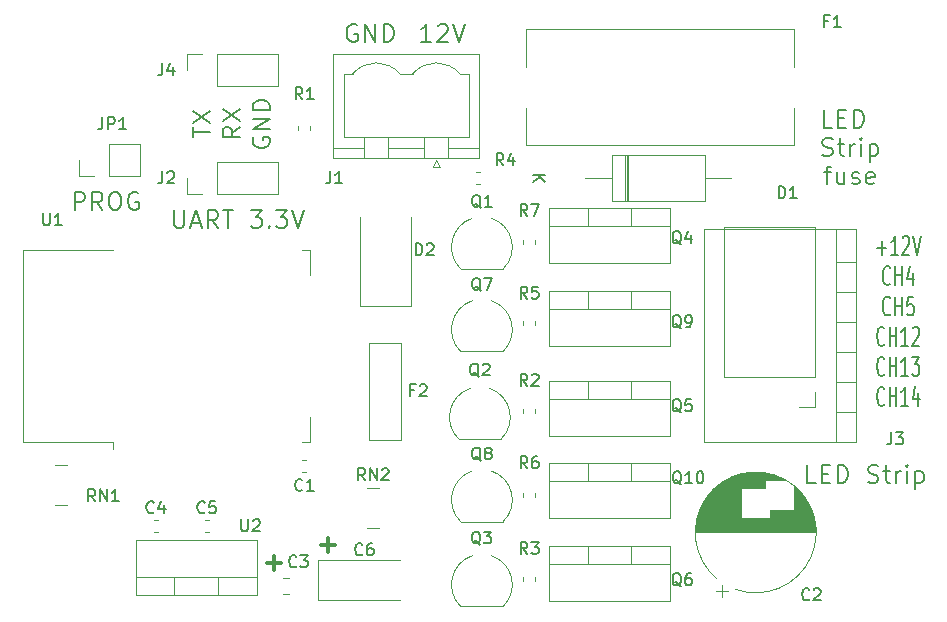
<source format=gbr>
G04 #@! TF.GenerationSoftware,KiCad,Pcbnew,5.1.5*
G04 #@! TF.CreationDate,2020-05-18T13:51:48+02:00*
G04 #@! TF.ProjectId,esp-12_led_strip_controller,6573702d-3132-45f6-9c65-645f73747269,rev?*
G04 #@! TF.SameCoordinates,Original*
G04 #@! TF.FileFunction,Legend,Top*
G04 #@! TF.FilePolarity,Positive*
%FSLAX46Y46*%
G04 Gerber Fmt 4.6, Leading zero omitted, Abs format (unit mm)*
G04 Created by KiCad (PCBNEW 5.1.5) date 2020-05-18 13:51:48*
%MOMM*%
%LPD*%
G04 APERTURE LIST*
%ADD10C,0.150000*%
%ADD11C,0.300000*%
%ADD12C,0.120000*%
%ADD13C,0.100000*%
G04 APERTURE END LIST*
D10*
X116320285Y-101402571D02*
X115606000Y-101402571D01*
X115606000Y-99902571D01*
X116820285Y-100616857D02*
X117320285Y-100616857D01*
X117534571Y-101402571D02*
X116820285Y-101402571D01*
X116820285Y-99902571D01*
X117534571Y-99902571D01*
X118177428Y-101402571D02*
X118177428Y-99902571D01*
X118534571Y-99902571D01*
X118748857Y-99974000D01*
X118891714Y-100116857D01*
X118963142Y-100259714D01*
X119034571Y-100545428D01*
X119034571Y-100759714D01*
X118963142Y-101045428D01*
X118891714Y-101188285D01*
X118748857Y-101331142D01*
X118534571Y-101402571D01*
X118177428Y-101402571D01*
X115498857Y-103731142D02*
X115713142Y-103802571D01*
X116070285Y-103802571D01*
X116213142Y-103731142D01*
X116284571Y-103659714D01*
X116356000Y-103516857D01*
X116356000Y-103374000D01*
X116284571Y-103231142D01*
X116213142Y-103159714D01*
X116070285Y-103088285D01*
X115784571Y-103016857D01*
X115641714Y-102945428D01*
X115570285Y-102874000D01*
X115498857Y-102731142D01*
X115498857Y-102588285D01*
X115570285Y-102445428D01*
X115641714Y-102374000D01*
X115784571Y-102302571D01*
X116141714Y-102302571D01*
X116356000Y-102374000D01*
X116784571Y-102802571D02*
X117356000Y-102802571D01*
X116998857Y-102302571D02*
X116998857Y-103588285D01*
X117070285Y-103731142D01*
X117213142Y-103802571D01*
X117356000Y-103802571D01*
X117856000Y-103802571D02*
X117856000Y-102802571D01*
X117856000Y-103088285D02*
X117927428Y-102945428D01*
X117998857Y-102874000D01*
X118141714Y-102802571D01*
X118284571Y-102802571D01*
X118784571Y-103802571D02*
X118784571Y-102802571D01*
X118784571Y-102302571D02*
X118713142Y-102374000D01*
X118784571Y-102445428D01*
X118856000Y-102374000D01*
X118784571Y-102302571D01*
X118784571Y-102445428D01*
X119498857Y-102802571D02*
X119498857Y-104302571D01*
X119498857Y-102874000D02*
X119641714Y-102802571D01*
X119927428Y-102802571D01*
X120070285Y-102874000D01*
X120141714Y-102945428D01*
X120213142Y-103088285D01*
X120213142Y-103516857D01*
X120141714Y-103659714D01*
X120070285Y-103731142D01*
X119927428Y-103802571D01*
X119641714Y-103802571D01*
X119498857Y-103731142D01*
X115641714Y-105202571D02*
X116213142Y-105202571D01*
X115856000Y-106202571D02*
X115856000Y-104916857D01*
X115927428Y-104774000D01*
X116070285Y-104702571D01*
X116213142Y-104702571D01*
X117356000Y-105202571D02*
X117356000Y-106202571D01*
X116713142Y-105202571D02*
X116713142Y-105988285D01*
X116784571Y-106131142D01*
X116927428Y-106202571D01*
X117141714Y-106202571D01*
X117284571Y-106131142D01*
X117356000Y-106059714D01*
X117998857Y-106131142D02*
X118141714Y-106202571D01*
X118427428Y-106202571D01*
X118570285Y-106131142D01*
X118641714Y-105988285D01*
X118641714Y-105916857D01*
X118570285Y-105774000D01*
X118427428Y-105702571D01*
X118213142Y-105702571D01*
X118070285Y-105631142D01*
X117998857Y-105488285D01*
X117998857Y-105416857D01*
X118070285Y-105274000D01*
X118213142Y-105202571D01*
X118427428Y-105202571D01*
X118570285Y-105274000D01*
X119856000Y-106131142D02*
X119713142Y-106202571D01*
X119427428Y-106202571D01*
X119284571Y-106131142D01*
X119213142Y-105988285D01*
X119213142Y-105416857D01*
X119284571Y-105274000D01*
X119427428Y-105202571D01*
X119713142Y-105202571D01*
X119856000Y-105274000D01*
X119927428Y-105416857D01*
X119927428Y-105559714D01*
X119213142Y-105702571D01*
D11*
X68516571Y-138283142D02*
X69659428Y-138283142D01*
X69088000Y-138854571D02*
X69088000Y-137711714D01*
X73088571Y-136759142D02*
X74231428Y-136759142D01*
X73660000Y-137330571D02*
X73660000Y-136187714D01*
D10*
X82383428Y-94150571D02*
X81526285Y-94150571D01*
X81954857Y-94150571D02*
X81954857Y-92650571D01*
X81812000Y-92864857D01*
X81669142Y-93007714D01*
X81526285Y-93079142D01*
X82954857Y-92793428D02*
X83026285Y-92722000D01*
X83169142Y-92650571D01*
X83526285Y-92650571D01*
X83669142Y-92722000D01*
X83740571Y-92793428D01*
X83812000Y-92936285D01*
X83812000Y-93079142D01*
X83740571Y-93293428D01*
X82883428Y-94150571D01*
X83812000Y-94150571D01*
X84240571Y-92650571D02*
X84740571Y-94150571D01*
X85240571Y-92650571D01*
X76073142Y-92722000D02*
X75930285Y-92650571D01*
X75716000Y-92650571D01*
X75501714Y-92722000D01*
X75358857Y-92864857D01*
X75287428Y-93007714D01*
X75216000Y-93293428D01*
X75216000Y-93507714D01*
X75287428Y-93793428D01*
X75358857Y-93936285D01*
X75501714Y-94079142D01*
X75716000Y-94150571D01*
X75858857Y-94150571D01*
X76073142Y-94079142D01*
X76144571Y-94007714D01*
X76144571Y-93507714D01*
X75858857Y-93507714D01*
X76787428Y-94150571D02*
X76787428Y-92650571D01*
X77644571Y-94150571D01*
X77644571Y-92650571D01*
X78358857Y-94150571D02*
X78358857Y-92650571D01*
X78716000Y-92650571D01*
X78930285Y-92722000D01*
X79073142Y-92864857D01*
X79144571Y-93007714D01*
X79216000Y-93293428D01*
X79216000Y-93507714D01*
X79144571Y-93793428D01*
X79073142Y-93936285D01*
X78930285Y-94079142D01*
X78716000Y-94150571D01*
X78358857Y-94150571D01*
X114947428Y-131488571D02*
X114233142Y-131488571D01*
X114233142Y-129988571D01*
X115447428Y-130702857D02*
X115947428Y-130702857D01*
X116161714Y-131488571D02*
X115447428Y-131488571D01*
X115447428Y-129988571D01*
X116161714Y-129988571D01*
X116804571Y-131488571D02*
X116804571Y-129988571D01*
X117161714Y-129988571D01*
X117376000Y-130060000D01*
X117518857Y-130202857D01*
X117590285Y-130345714D01*
X117661714Y-130631428D01*
X117661714Y-130845714D01*
X117590285Y-131131428D01*
X117518857Y-131274285D01*
X117376000Y-131417142D01*
X117161714Y-131488571D01*
X116804571Y-131488571D01*
X119376000Y-131417142D02*
X119590285Y-131488571D01*
X119947428Y-131488571D01*
X120090285Y-131417142D01*
X120161714Y-131345714D01*
X120233142Y-131202857D01*
X120233142Y-131060000D01*
X120161714Y-130917142D01*
X120090285Y-130845714D01*
X119947428Y-130774285D01*
X119661714Y-130702857D01*
X119518857Y-130631428D01*
X119447428Y-130560000D01*
X119376000Y-130417142D01*
X119376000Y-130274285D01*
X119447428Y-130131428D01*
X119518857Y-130060000D01*
X119661714Y-129988571D01*
X120018857Y-129988571D01*
X120233142Y-130060000D01*
X120661714Y-130488571D02*
X121233142Y-130488571D01*
X120876000Y-129988571D02*
X120876000Y-131274285D01*
X120947428Y-131417142D01*
X121090285Y-131488571D01*
X121233142Y-131488571D01*
X121733142Y-131488571D02*
X121733142Y-130488571D01*
X121733142Y-130774285D02*
X121804571Y-130631428D01*
X121876000Y-130560000D01*
X122018857Y-130488571D01*
X122161714Y-130488571D01*
X122661714Y-131488571D02*
X122661714Y-130488571D01*
X122661714Y-129988571D02*
X122590285Y-130060000D01*
X122661714Y-130131428D01*
X122733142Y-130060000D01*
X122661714Y-129988571D01*
X122661714Y-130131428D01*
X123376000Y-130488571D02*
X123376000Y-131988571D01*
X123376000Y-130560000D02*
X123518857Y-130488571D01*
X123804571Y-130488571D01*
X123947428Y-130560000D01*
X124018857Y-130631428D01*
X124090285Y-130774285D01*
X124090285Y-131202857D01*
X124018857Y-131345714D01*
X123947428Y-131417142D01*
X123804571Y-131488571D01*
X123518857Y-131488571D01*
X123376000Y-131417142D01*
X120158095Y-111595285D02*
X120920000Y-111595285D01*
X120539047Y-112204809D02*
X120539047Y-110985761D01*
X121920000Y-112204809D02*
X121348571Y-112204809D01*
X121634285Y-112204809D02*
X121634285Y-110604809D01*
X121539047Y-110833380D01*
X121443809Y-110985761D01*
X121348571Y-111061952D01*
X122300952Y-110757190D02*
X122348571Y-110681000D01*
X122443809Y-110604809D01*
X122681904Y-110604809D01*
X122777142Y-110681000D01*
X122824761Y-110757190D01*
X122872380Y-110909571D01*
X122872380Y-111061952D01*
X122824761Y-111290523D01*
X122253333Y-112204809D01*
X122872380Y-112204809D01*
X123158095Y-110604809D02*
X123491428Y-112204809D01*
X123824761Y-110604809D01*
X121229523Y-114602428D02*
X121181904Y-114678619D01*
X121039047Y-114754809D01*
X120943809Y-114754809D01*
X120800952Y-114678619D01*
X120705714Y-114526238D01*
X120658095Y-114373857D01*
X120610476Y-114069095D01*
X120610476Y-113840523D01*
X120658095Y-113535761D01*
X120705714Y-113383380D01*
X120800952Y-113231000D01*
X120943809Y-113154809D01*
X121039047Y-113154809D01*
X121181904Y-113231000D01*
X121229523Y-113307190D01*
X121658095Y-114754809D02*
X121658095Y-113154809D01*
X121658095Y-113916714D02*
X122229523Y-113916714D01*
X122229523Y-114754809D02*
X122229523Y-113154809D01*
X123134285Y-113688142D02*
X123134285Y-114754809D01*
X122896190Y-113078619D02*
X122658095Y-114221476D01*
X123277142Y-114221476D01*
X121229523Y-117152428D02*
X121181904Y-117228619D01*
X121039047Y-117304809D01*
X120943809Y-117304809D01*
X120800952Y-117228619D01*
X120705714Y-117076238D01*
X120658095Y-116923857D01*
X120610476Y-116619095D01*
X120610476Y-116390523D01*
X120658095Y-116085761D01*
X120705714Y-115933380D01*
X120800952Y-115781000D01*
X120943809Y-115704809D01*
X121039047Y-115704809D01*
X121181904Y-115781000D01*
X121229523Y-115857190D01*
X121658095Y-117304809D02*
X121658095Y-115704809D01*
X121658095Y-116466714D02*
X122229523Y-116466714D01*
X122229523Y-117304809D02*
X122229523Y-115704809D01*
X123181904Y-115704809D02*
X122705714Y-115704809D01*
X122658095Y-116466714D01*
X122705714Y-116390523D01*
X122800952Y-116314333D01*
X123039047Y-116314333D01*
X123134285Y-116390523D01*
X123181904Y-116466714D01*
X123229523Y-116619095D01*
X123229523Y-117000047D01*
X123181904Y-117152428D01*
X123134285Y-117228619D01*
X123039047Y-117304809D01*
X122800952Y-117304809D01*
X122705714Y-117228619D01*
X122658095Y-117152428D01*
X120753333Y-119702428D02*
X120705714Y-119778619D01*
X120562857Y-119854809D01*
X120467619Y-119854809D01*
X120324761Y-119778619D01*
X120229523Y-119626238D01*
X120181904Y-119473857D01*
X120134285Y-119169095D01*
X120134285Y-118940523D01*
X120181904Y-118635761D01*
X120229523Y-118483380D01*
X120324761Y-118331000D01*
X120467619Y-118254809D01*
X120562857Y-118254809D01*
X120705714Y-118331000D01*
X120753333Y-118407190D01*
X121181904Y-119854809D02*
X121181904Y-118254809D01*
X121181904Y-119016714D02*
X121753333Y-119016714D01*
X121753333Y-119854809D02*
X121753333Y-118254809D01*
X122753333Y-119854809D02*
X122181904Y-119854809D01*
X122467619Y-119854809D02*
X122467619Y-118254809D01*
X122372380Y-118483380D01*
X122277142Y-118635761D01*
X122181904Y-118711952D01*
X123134285Y-118407190D02*
X123181904Y-118331000D01*
X123277142Y-118254809D01*
X123515238Y-118254809D01*
X123610476Y-118331000D01*
X123658095Y-118407190D01*
X123705714Y-118559571D01*
X123705714Y-118711952D01*
X123658095Y-118940523D01*
X123086666Y-119854809D01*
X123705714Y-119854809D01*
X120753333Y-122252428D02*
X120705714Y-122328619D01*
X120562857Y-122404809D01*
X120467619Y-122404809D01*
X120324761Y-122328619D01*
X120229523Y-122176238D01*
X120181904Y-122023857D01*
X120134285Y-121719095D01*
X120134285Y-121490523D01*
X120181904Y-121185761D01*
X120229523Y-121033380D01*
X120324761Y-120881000D01*
X120467619Y-120804809D01*
X120562857Y-120804809D01*
X120705714Y-120881000D01*
X120753333Y-120957190D01*
X121181904Y-122404809D02*
X121181904Y-120804809D01*
X121181904Y-121566714D02*
X121753333Y-121566714D01*
X121753333Y-122404809D02*
X121753333Y-120804809D01*
X122753333Y-122404809D02*
X122181904Y-122404809D01*
X122467619Y-122404809D02*
X122467619Y-120804809D01*
X122372380Y-121033380D01*
X122277142Y-121185761D01*
X122181904Y-121261952D01*
X123086666Y-120804809D02*
X123705714Y-120804809D01*
X123372380Y-121414333D01*
X123515238Y-121414333D01*
X123610476Y-121490523D01*
X123658095Y-121566714D01*
X123705714Y-121719095D01*
X123705714Y-122100047D01*
X123658095Y-122252428D01*
X123610476Y-122328619D01*
X123515238Y-122404809D01*
X123229523Y-122404809D01*
X123134285Y-122328619D01*
X123086666Y-122252428D01*
X120753333Y-124802428D02*
X120705714Y-124878619D01*
X120562857Y-124954809D01*
X120467619Y-124954809D01*
X120324761Y-124878619D01*
X120229523Y-124726238D01*
X120181904Y-124573857D01*
X120134285Y-124269095D01*
X120134285Y-124040523D01*
X120181904Y-123735761D01*
X120229523Y-123583380D01*
X120324761Y-123431000D01*
X120467619Y-123354809D01*
X120562857Y-123354809D01*
X120705714Y-123431000D01*
X120753333Y-123507190D01*
X121181904Y-124954809D02*
X121181904Y-123354809D01*
X121181904Y-124116714D02*
X121753333Y-124116714D01*
X121753333Y-124954809D02*
X121753333Y-123354809D01*
X122753333Y-124954809D02*
X122181904Y-124954809D01*
X122467619Y-124954809D02*
X122467619Y-123354809D01*
X122372380Y-123583380D01*
X122277142Y-123735761D01*
X122181904Y-123811952D01*
X123610476Y-123888142D02*
X123610476Y-124954809D01*
X123372380Y-123278619D02*
X123134285Y-124421476D01*
X123753333Y-124421476D01*
X66210571Y-101342000D02*
X65496285Y-101842000D01*
X66210571Y-102199142D02*
X64710571Y-102199142D01*
X64710571Y-101627714D01*
X64782000Y-101484857D01*
X64853428Y-101413428D01*
X64996285Y-101342000D01*
X65210571Y-101342000D01*
X65353428Y-101413428D01*
X65424857Y-101484857D01*
X65496285Y-101627714D01*
X65496285Y-102199142D01*
X64710571Y-100842000D02*
X66210571Y-99842000D01*
X64710571Y-99842000D02*
X66210571Y-100842000D01*
X62170571Y-102234857D02*
X62170571Y-101377714D01*
X63670571Y-101806285D02*
X62170571Y-101806285D01*
X62170571Y-101020571D02*
X63670571Y-100020571D01*
X62170571Y-100020571D02*
X63670571Y-101020571D01*
X67322000Y-102234857D02*
X67250571Y-102377714D01*
X67250571Y-102592000D01*
X67322000Y-102806285D01*
X67464857Y-102949142D01*
X67607714Y-103020571D01*
X67893428Y-103092000D01*
X68107714Y-103092000D01*
X68393428Y-103020571D01*
X68536285Y-102949142D01*
X68679142Y-102806285D01*
X68750571Y-102592000D01*
X68750571Y-102449142D01*
X68679142Y-102234857D01*
X68607714Y-102163428D01*
X68107714Y-102163428D01*
X68107714Y-102449142D01*
X68750571Y-101520571D02*
X67250571Y-101520571D01*
X68750571Y-100663428D01*
X67250571Y-100663428D01*
X68750571Y-99949142D02*
X67250571Y-99949142D01*
X67250571Y-99592000D01*
X67322000Y-99377714D01*
X67464857Y-99234857D01*
X67607714Y-99163428D01*
X67893428Y-99092000D01*
X68107714Y-99092000D01*
X68393428Y-99163428D01*
X68536285Y-99234857D01*
X68679142Y-99377714D01*
X68750571Y-99592000D01*
X68750571Y-99949142D01*
X52185428Y-108374571D02*
X52185428Y-106874571D01*
X52756857Y-106874571D01*
X52899714Y-106946000D01*
X52971142Y-107017428D01*
X53042571Y-107160285D01*
X53042571Y-107374571D01*
X52971142Y-107517428D01*
X52899714Y-107588857D01*
X52756857Y-107660285D01*
X52185428Y-107660285D01*
X54542571Y-108374571D02*
X54042571Y-107660285D01*
X53685428Y-108374571D02*
X53685428Y-106874571D01*
X54256857Y-106874571D01*
X54399714Y-106946000D01*
X54471142Y-107017428D01*
X54542571Y-107160285D01*
X54542571Y-107374571D01*
X54471142Y-107517428D01*
X54399714Y-107588857D01*
X54256857Y-107660285D01*
X53685428Y-107660285D01*
X55471142Y-106874571D02*
X55756857Y-106874571D01*
X55899714Y-106946000D01*
X56042571Y-107088857D01*
X56114000Y-107374571D01*
X56114000Y-107874571D01*
X56042571Y-108160285D01*
X55899714Y-108303142D01*
X55756857Y-108374571D01*
X55471142Y-108374571D01*
X55328285Y-108303142D01*
X55185428Y-108160285D01*
X55114000Y-107874571D01*
X55114000Y-107374571D01*
X55185428Y-107088857D01*
X55328285Y-106946000D01*
X55471142Y-106874571D01*
X57542571Y-106946000D02*
X57399714Y-106874571D01*
X57185428Y-106874571D01*
X56971142Y-106946000D01*
X56828285Y-107088857D01*
X56756857Y-107231714D01*
X56685428Y-107517428D01*
X56685428Y-107731714D01*
X56756857Y-108017428D01*
X56828285Y-108160285D01*
X56971142Y-108303142D01*
X57185428Y-108374571D01*
X57328285Y-108374571D01*
X57542571Y-108303142D01*
X57614000Y-108231714D01*
X57614000Y-107731714D01*
X57328285Y-107731714D01*
X60607142Y-108398571D02*
X60607142Y-109612857D01*
X60678571Y-109755714D01*
X60750000Y-109827142D01*
X60892857Y-109898571D01*
X61178571Y-109898571D01*
X61321428Y-109827142D01*
X61392857Y-109755714D01*
X61464285Y-109612857D01*
X61464285Y-108398571D01*
X62107142Y-109470000D02*
X62821428Y-109470000D01*
X61964285Y-109898571D02*
X62464285Y-108398571D01*
X62964285Y-109898571D01*
X64321428Y-109898571D02*
X63821428Y-109184285D01*
X63464285Y-109898571D02*
X63464285Y-108398571D01*
X64035714Y-108398571D01*
X64178571Y-108470000D01*
X64250000Y-108541428D01*
X64321428Y-108684285D01*
X64321428Y-108898571D01*
X64250000Y-109041428D01*
X64178571Y-109112857D01*
X64035714Y-109184285D01*
X63464285Y-109184285D01*
X64750000Y-108398571D02*
X65607142Y-108398571D01*
X65178571Y-109898571D02*
X65178571Y-108398571D01*
X67107142Y-108398571D02*
X68035714Y-108398571D01*
X67535714Y-108970000D01*
X67750000Y-108970000D01*
X67892857Y-109041428D01*
X67964285Y-109112857D01*
X68035714Y-109255714D01*
X68035714Y-109612857D01*
X67964285Y-109755714D01*
X67892857Y-109827142D01*
X67750000Y-109898571D01*
X67321428Y-109898571D01*
X67178571Y-109827142D01*
X67107142Y-109755714D01*
X68678571Y-109755714D02*
X68750000Y-109827142D01*
X68678571Y-109898571D01*
X68607142Y-109827142D01*
X68678571Y-109755714D01*
X68678571Y-109898571D01*
X69250000Y-108398571D02*
X70178571Y-108398571D01*
X69678571Y-108970000D01*
X69892857Y-108970000D01*
X70035714Y-109041428D01*
X70107142Y-109112857D01*
X70178571Y-109255714D01*
X70178571Y-109612857D01*
X70107142Y-109755714D01*
X70035714Y-109827142D01*
X69892857Y-109898571D01*
X69464285Y-109898571D01*
X69321428Y-109827142D01*
X69250000Y-109755714D01*
X70607142Y-108398571D02*
X71107142Y-109898571D01*
X71607142Y-108398571D01*
D12*
X90168000Y-132303733D02*
X90168000Y-132646267D01*
X91188000Y-132303733D02*
X91188000Y-132646267D01*
X90168000Y-117797733D02*
X90168000Y-118140267D01*
X91188000Y-117797733D02*
X91188000Y-118140267D01*
X90168000Y-139415733D02*
X90168000Y-139758267D01*
X91188000Y-139415733D02*
X91188000Y-139758267D01*
X90168000Y-125191733D02*
X90168000Y-125534267D01*
X91188000Y-125191733D02*
X91188000Y-125534267D01*
X60633000Y-140938000D02*
X60633000Y-139428000D01*
X64334000Y-140938000D02*
X64334000Y-139428000D01*
X67604000Y-139428000D02*
X57364000Y-139428000D01*
X57364000Y-140938000D02*
X57364000Y-136297000D01*
X67604000Y-140938000D02*
X67604000Y-136297000D01*
X67604000Y-136297000D02*
X57364000Y-136297000D01*
X67604000Y-140938000D02*
X57364000Y-140938000D01*
X63187733Y-134618000D02*
X63530267Y-134618000D01*
X63187733Y-135638000D02*
X63530267Y-135638000D01*
X59240267Y-134618000D02*
X58897733Y-134618000D01*
X59240267Y-135638000D02*
X58897733Y-135638000D01*
X114870000Y-125080000D02*
X113540000Y-125080000D01*
X114870000Y-123750000D02*
X114870000Y-125080000D01*
X114870000Y-122540000D02*
X107190000Y-122540000D01*
X107190000Y-122540000D02*
X107190000Y-109780000D01*
X114870000Y-122540000D02*
X114870000Y-109780000D01*
X114870000Y-109780000D02*
X107190000Y-109780000D01*
D13*
X116640000Y-127990000D02*
X116640000Y-110020000D01*
X116640000Y-127990000D02*
X105450000Y-127990000D01*
X118340000Y-127990000D02*
X116640000Y-127990000D01*
X118340000Y-110020000D02*
X118340000Y-127990000D01*
X118340000Y-110020000D02*
X105450000Y-110020000D01*
X105450000Y-110020000D02*
X105450000Y-127990000D01*
D12*
X118340000Y-127990000D02*
X116640000Y-127990000D01*
X118340000Y-125450000D02*
X116640000Y-125450000D01*
X118340000Y-122910000D02*
X116640000Y-122910000D01*
X118340000Y-120370000D02*
X116640000Y-120370000D01*
X118340000Y-117830000D02*
X116640000Y-117830000D01*
X118340000Y-115290000D02*
X116640000Y-115290000D01*
X118340000Y-112750000D02*
X116640000Y-112750000D01*
X71456733Y-129538000D02*
X71799267Y-129538000D01*
X71456733Y-130558000D02*
X71799267Y-130558000D01*
X106480000Y-140655646D02*
X107480000Y-140655646D01*
X106980000Y-141155646D02*
X106980000Y-140155646D01*
X109256000Y-130595000D02*
X110454000Y-130595000D01*
X108993000Y-130635000D02*
X110717000Y-130635000D01*
X108793000Y-130675000D02*
X110917000Y-130675000D01*
X108625000Y-130715000D02*
X111085000Y-130715000D01*
X108477000Y-130755000D02*
X111233000Y-130755000D01*
X108345000Y-130795000D02*
X111365000Y-130795000D01*
X108225000Y-130835000D02*
X111485000Y-130835000D01*
X108113000Y-130875000D02*
X111597000Y-130875000D01*
X108009000Y-130915000D02*
X111701000Y-130915000D01*
X107911000Y-130955000D02*
X111799000Y-130955000D01*
X107818000Y-130995000D02*
X111892000Y-130995000D01*
X107730000Y-131035000D02*
X111980000Y-131035000D01*
X107646000Y-131075000D02*
X112064000Y-131075000D01*
X107566000Y-131115000D02*
X112144000Y-131115000D01*
X107490000Y-131155000D02*
X112220000Y-131155000D01*
X107416000Y-131195000D02*
X112294000Y-131195000D01*
X107345000Y-131235000D02*
X112365000Y-131235000D01*
X107276000Y-131275000D02*
X110615000Y-131275000D01*
X107210000Y-131315000D02*
X110615000Y-131315000D01*
X107146000Y-131355000D02*
X110615000Y-131355000D01*
X107085000Y-131395000D02*
X110615000Y-131395000D01*
X107025000Y-131435000D02*
X110615000Y-131435000D01*
X106966000Y-131475000D02*
X110615000Y-131475000D01*
X106910000Y-131515000D02*
X110615000Y-131515000D01*
X106855000Y-131555000D02*
X110615000Y-131555000D01*
X106801000Y-131595000D02*
X110615000Y-131595000D01*
X106749000Y-131635000D02*
X110615000Y-131635000D01*
X106699000Y-131675000D02*
X110615000Y-131675000D01*
X106649000Y-131715000D02*
X110615000Y-131715000D01*
X113095000Y-131755000D02*
X113109000Y-131755000D01*
X106601000Y-131755000D02*
X110615000Y-131755000D01*
X113095000Y-131795000D02*
X113156000Y-131795000D01*
X106554000Y-131795000D02*
X110615000Y-131795000D01*
X113095000Y-131835000D02*
X113202000Y-131835000D01*
X106508000Y-131835000D02*
X110615000Y-131835000D01*
X113095000Y-131875000D02*
X113247000Y-131875000D01*
X106463000Y-131875000D02*
X110615000Y-131875000D01*
X113095000Y-131915000D02*
X113291000Y-131915000D01*
X106419000Y-131915000D02*
X110615000Y-131915000D01*
X113095000Y-131955000D02*
X113333000Y-131955000D01*
X106377000Y-131955000D02*
X108614000Y-131955000D01*
X113095000Y-131995000D02*
X113375000Y-131995000D01*
X106335000Y-131995000D02*
X108614000Y-131995000D01*
X113095000Y-132035000D02*
X113416000Y-132035000D01*
X106294000Y-132035000D02*
X108614000Y-132035000D01*
X113095000Y-132075000D02*
X113456000Y-132075000D01*
X106254000Y-132075000D02*
X108614000Y-132075000D01*
X113095000Y-132115000D02*
X113495000Y-132115000D01*
X106215000Y-132115000D02*
X108614000Y-132115000D01*
X113095000Y-132155000D02*
X113534000Y-132155000D01*
X106176000Y-132155000D02*
X108614000Y-132155000D01*
X113095000Y-132195000D02*
X113571000Y-132195000D01*
X106139000Y-132195000D02*
X108614000Y-132195000D01*
X113095000Y-132235000D02*
X113608000Y-132235000D01*
X106102000Y-132235000D02*
X108614000Y-132235000D01*
X113095000Y-132275000D02*
X113644000Y-132275000D01*
X106066000Y-132275000D02*
X108614000Y-132275000D01*
X113095000Y-132315000D02*
X113679000Y-132315000D01*
X106031000Y-132315000D02*
X108614000Y-132315000D01*
X113095000Y-132355000D02*
X113713000Y-132355000D01*
X105997000Y-132355000D02*
X108614000Y-132355000D01*
X113095000Y-132395000D02*
X113747000Y-132395000D01*
X105963000Y-132395000D02*
X108614000Y-132395000D01*
X113095000Y-132435000D02*
X113780000Y-132435000D01*
X105930000Y-132435000D02*
X108614000Y-132435000D01*
X113095000Y-132475000D02*
X113812000Y-132475000D01*
X105898000Y-132475000D02*
X108614000Y-132475000D01*
X113095000Y-132515000D02*
X113844000Y-132515000D01*
X105866000Y-132515000D02*
X108614000Y-132515000D01*
X113095000Y-132555000D02*
X113875000Y-132555000D01*
X105835000Y-132555000D02*
X108614000Y-132555000D01*
X113095000Y-132595000D02*
X113905000Y-132595000D01*
X105805000Y-132595000D02*
X108614000Y-132595000D01*
X113095000Y-132635000D02*
X113935000Y-132635000D01*
X105775000Y-132635000D02*
X108614000Y-132635000D01*
X113095000Y-132675000D02*
X113965000Y-132675000D01*
X105745000Y-132675000D02*
X108614000Y-132675000D01*
X113095000Y-132715000D02*
X113993000Y-132715000D01*
X105717000Y-132715000D02*
X108614000Y-132715000D01*
X113095000Y-132755000D02*
X114021000Y-132755000D01*
X105689000Y-132755000D02*
X108614000Y-132755000D01*
X113095000Y-132795000D02*
X114049000Y-132795000D01*
X105661000Y-132795000D02*
X108614000Y-132795000D01*
X113095000Y-132835000D02*
X114076000Y-132835000D01*
X105634000Y-132835000D02*
X108614000Y-132835000D01*
X113095000Y-132875000D02*
X114102000Y-132875000D01*
X105608000Y-132875000D02*
X108614000Y-132875000D01*
X113095000Y-132915000D02*
X114128000Y-132915000D01*
X105582000Y-132915000D02*
X108614000Y-132915000D01*
X113095000Y-132955000D02*
X114153000Y-132955000D01*
X105557000Y-132955000D02*
X108614000Y-132955000D01*
X113095000Y-132995000D02*
X114178000Y-132995000D01*
X105532000Y-132995000D02*
X108614000Y-132995000D01*
X113095000Y-133035000D02*
X114202000Y-133035000D01*
X105508000Y-133035000D02*
X108614000Y-133035000D01*
X113095000Y-133075000D02*
X114226000Y-133075000D01*
X105484000Y-133075000D02*
X108614000Y-133075000D01*
X113095000Y-133115000D02*
X114250000Y-133115000D01*
X105460000Y-133115000D02*
X108614000Y-133115000D01*
X113095000Y-133155000D02*
X114272000Y-133155000D01*
X105438000Y-133155000D02*
X108614000Y-133155000D01*
X113095000Y-133195000D02*
X114295000Y-133195000D01*
X105415000Y-133195000D02*
X108614000Y-133195000D01*
X113095000Y-133235000D02*
X114317000Y-133235000D01*
X105393000Y-133235000D02*
X108614000Y-133235000D01*
X113095000Y-133275000D02*
X114338000Y-133275000D01*
X105372000Y-133275000D02*
X108614000Y-133275000D01*
X113095000Y-133315000D02*
X114359000Y-133315000D01*
X105351000Y-133315000D02*
X108614000Y-133315000D01*
X113095000Y-133355000D02*
X114380000Y-133355000D01*
X105330000Y-133355000D02*
X108614000Y-133355000D01*
X113095000Y-133395000D02*
X114400000Y-133395000D01*
X105310000Y-133395000D02*
X108614000Y-133395000D01*
X113095000Y-133435000D02*
X114419000Y-133435000D01*
X105291000Y-133435000D02*
X108614000Y-133435000D01*
X113095000Y-133475000D02*
X114439000Y-133475000D01*
X105271000Y-133475000D02*
X108614000Y-133475000D01*
X113095000Y-133515000D02*
X114458000Y-133515000D01*
X105252000Y-133515000D02*
X108614000Y-133515000D01*
X113095000Y-133555000D02*
X114476000Y-133555000D01*
X105234000Y-133555000D02*
X108614000Y-133555000D01*
X113095000Y-133595000D02*
X114494000Y-133595000D01*
X105216000Y-133595000D02*
X108614000Y-133595000D01*
X113095000Y-133635000D02*
X114512000Y-133635000D01*
X105198000Y-133635000D02*
X108614000Y-133635000D01*
X113095000Y-133675000D02*
X114529000Y-133675000D01*
X105181000Y-133675000D02*
X108614000Y-133675000D01*
X113095000Y-133715000D02*
X114545000Y-133715000D01*
X105165000Y-133715000D02*
X108614000Y-133715000D01*
X111096000Y-133755000D02*
X114562000Y-133755000D01*
X105148000Y-133755000D02*
X108614000Y-133755000D01*
X111096000Y-133795000D02*
X114578000Y-133795000D01*
X105132000Y-133795000D02*
X108614000Y-133795000D01*
X111096000Y-133835000D02*
X114593000Y-133835000D01*
X105117000Y-133835000D02*
X108614000Y-133835000D01*
X111096000Y-133875000D02*
X114609000Y-133875000D01*
X105101000Y-133875000D02*
X108614000Y-133875000D01*
X111096000Y-133915000D02*
X114623000Y-133915000D01*
X105087000Y-133915000D02*
X108614000Y-133915000D01*
X111096000Y-133955000D02*
X114638000Y-133955000D01*
X105072000Y-133955000D02*
X108614000Y-133955000D01*
X111096000Y-133995000D02*
X114652000Y-133995000D01*
X105058000Y-133995000D02*
X108614000Y-133995000D01*
X111096000Y-134035000D02*
X114666000Y-134035000D01*
X105044000Y-134035000D02*
X108614000Y-134035000D01*
X111096000Y-134075000D02*
X114679000Y-134075000D01*
X105031000Y-134075000D02*
X108614000Y-134075000D01*
X111096000Y-134115000D02*
X114692000Y-134115000D01*
X105018000Y-134115000D02*
X108614000Y-134115000D01*
X111096000Y-134155000D02*
X114705000Y-134155000D01*
X105005000Y-134155000D02*
X108614000Y-134155000D01*
X111096000Y-134195000D02*
X114717000Y-134195000D01*
X104993000Y-134195000D02*
X108614000Y-134195000D01*
X111096000Y-134235000D02*
X114729000Y-134235000D01*
X104981000Y-134235000D02*
X108614000Y-134235000D01*
X111096000Y-134275000D02*
X114740000Y-134275000D01*
X104970000Y-134275000D02*
X108614000Y-134275000D01*
X111096000Y-134315000D02*
X114752000Y-134315000D01*
X104958000Y-134315000D02*
X108614000Y-134315000D01*
X111096000Y-134355000D02*
X114762000Y-134355000D01*
X104948000Y-134355000D02*
X108614000Y-134355000D01*
X111096000Y-134395000D02*
X114773000Y-134395000D01*
X104937000Y-134395000D02*
X108614000Y-134395000D01*
X104927000Y-134435000D02*
X114783000Y-134435000D01*
X104917000Y-134475000D02*
X114793000Y-134475000D01*
X104908000Y-134515000D02*
X114802000Y-134515000D01*
X104899000Y-134555000D02*
X114811000Y-134555000D01*
X104890000Y-134595000D02*
X114820000Y-134595000D01*
X104881000Y-134635000D02*
X114829000Y-134635000D01*
X104873000Y-134675000D02*
X114837000Y-134675000D01*
X104865000Y-134715000D02*
X114845000Y-134715000D01*
X104858000Y-134755000D02*
X114852000Y-134755000D01*
X104851000Y-134795000D02*
X114859000Y-134795000D01*
X104844000Y-134835000D02*
X114866000Y-134835000D01*
X104837000Y-134875000D02*
X114873000Y-134875000D01*
X104831000Y-134915000D02*
X114879000Y-134915000D01*
X104825000Y-134955000D02*
X114885000Y-134955000D01*
X104820000Y-134996000D02*
X114890000Y-134996000D01*
X104815000Y-135036000D02*
X114895000Y-135036000D01*
X104810000Y-135076000D02*
X114900000Y-135076000D01*
X104805000Y-135116000D02*
X114905000Y-135116000D01*
X104801000Y-135156000D02*
X114909000Y-135156000D01*
X104797000Y-135196000D02*
X114913000Y-135196000D01*
X104793000Y-135236000D02*
X114917000Y-135236000D01*
X104790000Y-135276000D02*
X114920000Y-135276000D01*
X104787000Y-135316000D02*
X114923000Y-135316000D01*
X104785000Y-135356000D02*
X114925000Y-135356000D01*
X104782000Y-135396000D02*
X114928000Y-135396000D01*
X104780000Y-135436000D02*
X114930000Y-135436000D01*
X104778000Y-135476000D02*
X114932000Y-135476000D01*
X104777000Y-135516000D02*
X114933000Y-135516000D01*
X104776000Y-135556000D02*
X114934000Y-135556000D01*
X104775000Y-135596000D02*
X114935000Y-135596000D01*
X104775000Y-135636000D02*
X114935000Y-135636000D01*
X104775000Y-135676000D02*
X114935000Y-135676000D01*
X108141902Y-140500904D02*
G75*
G03X106595000Y-139624012I1713098J4824904D01*
G01*
X69842748Y-140918000D02*
X70365252Y-140918000D01*
X69842748Y-139498000D02*
X70365252Y-139498000D01*
X72773000Y-141410000D02*
X79708000Y-141410000D01*
X72773000Y-137990000D02*
X72773000Y-141410000D01*
X79708000Y-137990000D02*
X72773000Y-137990000D01*
X98820000Y-103744000D02*
X98820000Y-107584000D01*
X99060000Y-103744000D02*
X99060000Y-107584000D01*
X98940000Y-103744000D02*
X98940000Y-107584000D01*
X107780000Y-105664000D02*
X105520000Y-105664000D01*
X95420000Y-105664000D02*
X97680000Y-105664000D01*
X105520000Y-103744000D02*
X97680000Y-103744000D01*
X105520000Y-107584000D02*
X105520000Y-103744000D01*
X97680000Y-107584000D02*
X105520000Y-107584000D01*
X97680000Y-103744000D02*
X97680000Y-107584000D01*
X76336000Y-116504000D02*
X76336000Y-108954000D01*
X80636000Y-116504000D02*
X80636000Y-108954000D01*
X76336000Y-116504000D02*
X80636000Y-116504000D01*
X113110000Y-93090000D02*
X113110000Y-96250000D01*
X113110000Y-93090000D02*
X90390000Y-93090000D01*
X113110000Y-102910000D02*
X90390000Y-102910000D01*
X113110000Y-99750000D02*
X113110000Y-102910000D01*
X90390000Y-99750000D02*
X90390000Y-102910000D01*
X90390000Y-93090000D02*
X90390000Y-96250000D01*
X77116000Y-119618000D02*
X79856000Y-119618000D01*
X77116000Y-127858000D02*
X79856000Y-127858000D01*
X79856000Y-127858000D02*
X79856000Y-119618000D01*
X77116000Y-127858000D02*
X77116000Y-119618000D01*
X88486445Y-113349684D02*
G75*
G03X87458000Y-109072000I-1808445J1827684D01*
G01*
X84866125Y-113363741D02*
G75*
G02X85858000Y-109072000I1811875J1841741D01*
G01*
X84878000Y-113372000D02*
X88478000Y-113372000D01*
X84708000Y-127772000D02*
X88308000Y-127772000D01*
X84696125Y-127763741D02*
G75*
G02X85688000Y-123472000I1811875J1841741D01*
G01*
X88316445Y-127749684D02*
G75*
G03X87288000Y-123472000I-1808445J1827684D01*
G01*
X88486445Y-141924684D02*
G75*
G03X87458000Y-137647000I-1808445J1827684D01*
G01*
X84866125Y-141938741D02*
G75*
G02X85858000Y-137647000I1811875J1841741D01*
G01*
X84878000Y-141947000D02*
X88478000Y-141947000D01*
X92353000Y-108252000D02*
X102593000Y-108252000D01*
X92353000Y-112893000D02*
X102593000Y-112893000D01*
X92353000Y-108252000D02*
X92353000Y-112893000D01*
X102593000Y-108252000D02*
X102593000Y-112893000D01*
X92353000Y-109762000D02*
X102593000Y-109762000D01*
X95623000Y-108252000D02*
X95623000Y-109762000D01*
X99324000Y-108252000D02*
X99324000Y-109762000D01*
X92353000Y-122857000D02*
X102593000Y-122857000D01*
X92353000Y-127498000D02*
X102593000Y-127498000D01*
X92353000Y-122857000D02*
X92353000Y-127498000D01*
X102593000Y-122857000D02*
X102593000Y-127498000D01*
X92353000Y-124367000D02*
X102593000Y-124367000D01*
X95623000Y-122857000D02*
X95623000Y-124367000D01*
X99324000Y-122857000D02*
X99324000Y-124367000D01*
X99324000Y-136827000D02*
X99324000Y-138337000D01*
X95623000Y-136827000D02*
X95623000Y-138337000D01*
X92353000Y-138337000D02*
X102593000Y-138337000D01*
X102593000Y-136827000D02*
X102593000Y-141468000D01*
X92353000Y-136827000D02*
X92353000Y-141468000D01*
X92353000Y-141468000D02*
X102593000Y-141468000D01*
X92353000Y-136827000D02*
X102593000Y-136827000D01*
X88486445Y-120334684D02*
G75*
G03X87458000Y-116057000I-1808445J1827684D01*
G01*
X84866125Y-120348741D02*
G75*
G02X85858000Y-116057000I1811875J1841741D01*
G01*
X84878000Y-120357000D02*
X88478000Y-120357000D01*
X84878000Y-134772000D02*
X88478000Y-134772000D01*
X84866125Y-134763741D02*
G75*
G02X85858000Y-130472000I1811875J1841741D01*
G01*
X88486445Y-134749684D02*
G75*
G03X87458000Y-130472000I-1808445J1827684D01*
G01*
X92353000Y-115237000D02*
X102593000Y-115237000D01*
X92353000Y-119878000D02*
X102593000Y-119878000D01*
X92353000Y-115237000D02*
X92353000Y-119878000D01*
X102593000Y-115237000D02*
X102593000Y-119878000D01*
X92353000Y-116747000D02*
X102593000Y-116747000D01*
X95623000Y-115237000D02*
X95623000Y-116747000D01*
X99324000Y-115237000D02*
X99324000Y-116747000D01*
X92353000Y-129842000D02*
X102593000Y-129842000D01*
X92353000Y-134483000D02*
X102593000Y-134483000D01*
X92353000Y-129842000D02*
X92353000Y-134483000D01*
X102593000Y-129842000D02*
X102593000Y-134483000D01*
X92353000Y-131352000D02*
X102593000Y-131352000D01*
X95623000Y-129842000D02*
X95623000Y-131352000D01*
X99324000Y-129842000D02*
X99324000Y-131352000D01*
X72138000Y-101630267D02*
X72138000Y-101287733D01*
X71118000Y-101630267D02*
X71118000Y-101287733D01*
X91188000Y-110939733D02*
X91188000Y-111282267D01*
X90168000Y-110939733D02*
X90168000Y-111282267D01*
X50554000Y-130000000D02*
X51554000Y-130000000D01*
X50554000Y-133360000D02*
X51554000Y-133360000D01*
X77970000Y-135284000D02*
X76970000Y-135284000D01*
X77970000Y-131924000D02*
X76970000Y-131924000D01*
X55460000Y-128040000D02*
X55460000Y-128650000D01*
X55460000Y-128040000D02*
X47840000Y-128040000D01*
X72080000Y-128040000D02*
X71460000Y-128040000D01*
X72080000Y-125920000D02*
X72080000Y-128040000D01*
X72080000Y-111800000D02*
X72080000Y-113920000D01*
X71460000Y-111800000D02*
X72080000Y-111800000D01*
X47840000Y-111800000D02*
X55460000Y-111800000D01*
X47840000Y-128040000D02*
X47840000Y-111800000D01*
X83104000Y-104770000D02*
X82504000Y-104770000D01*
X82804000Y-104170000D02*
X83104000Y-104770000D01*
X82504000Y-104770000D02*
X82804000Y-104170000D01*
X74984000Y-96860000D02*
X75724000Y-96860000D01*
X74984000Y-102160000D02*
X74984000Y-96860000D01*
X85544000Y-102160000D02*
X74984000Y-102160000D01*
X85544000Y-96860000D02*
X85544000Y-102160000D01*
X84804000Y-96860000D02*
X85544000Y-96860000D01*
X80804000Y-96860000D02*
X79724000Y-96860000D01*
X76724000Y-102160000D02*
X78724000Y-102160000D01*
X76724000Y-103970000D02*
X76724000Y-102160000D01*
X78724000Y-103970000D02*
X76724000Y-103970000D01*
X78724000Y-102160000D02*
X78724000Y-103970000D01*
X81804000Y-102160000D02*
X83804000Y-102160000D01*
X81804000Y-103970000D02*
X81804000Y-102160000D01*
X83804000Y-103970000D02*
X81804000Y-103970000D01*
X83804000Y-102160000D02*
X83804000Y-103970000D01*
X81804000Y-103160000D02*
X78724000Y-103160000D01*
X74074000Y-103160000D02*
X76614000Y-103160000D01*
X86454000Y-103160000D02*
X83914000Y-103160000D01*
X74074000Y-103970000D02*
X86454000Y-103970000D01*
X74074000Y-95150000D02*
X74074000Y-103970000D01*
X86454000Y-95150000D02*
X74074000Y-95150000D01*
X86454000Y-103970000D02*
X86454000Y-95150000D01*
X75737159Y-96844179D02*
G75*
G02X79724000Y-96860000I1986841J-1665821D01*
G01*
X80817159Y-96844179D02*
G75*
G02X84804000Y-96860000I1986841J-1665821D01*
G01*
X52518000Y-105470000D02*
X52518000Y-104140000D01*
X53848000Y-105470000D02*
X52518000Y-105470000D01*
X55118000Y-105470000D02*
X55118000Y-102810000D01*
X55118000Y-102810000D02*
X57718000Y-102810000D01*
X55118000Y-105470000D02*
X57718000Y-105470000D01*
X57718000Y-105470000D02*
X57718000Y-102810000D01*
X86545267Y-105154000D02*
X86202733Y-105154000D01*
X86545267Y-106174000D02*
X86202733Y-106174000D01*
X69410000Y-106994000D02*
X69410000Y-104334000D01*
X64270000Y-106994000D02*
X69410000Y-106994000D01*
X64270000Y-104334000D02*
X69410000Y-104334000D01*
X64270000Y-106994000D02*
X64270000Y-104334000D01*
X63000000Y-106994000D02*
X61670000Y-106994000D01*
X61670000Y-106994000D02*
X61670000Y-105664000D01*
X64262000Y-97850000D02*
X64262000Y-95190000D01*
X64262000Y-97850000D02*
X69402000Y-97850000D01*
X69402000Y-97850000D02*
X69402000Y-95190000D01*
X64262000Y-95190000D02*
X69402000Y-95190000D01*
X61662000Y-95190000D02*
X62992000Y-95190000D01*
X61662000Y-96520000D02*
X61662000Y-95190000D01*
D10*
X90511333Y-130246380D02*
X90178000Y-129770190D01*
X89939904Y-130246380D02*
X89939904Y-129246380D01*
X90320857Y-129246380D01*
X90416095Y-129294000D01*
X90463714Y-129341619D01*
X90511333Y-129436857D01*
X90511333Y-129579714D01*
X90463714Y-129674952D01*
X90416095Y-129722571D01*
X90320857Y-129770190D01*
X89939904Y-129770190D01*
X91368476Y-129246380D02*
X91178000Y-129246380D01*
X91082761Y-129294000D01*
X91035142Y-129341619D01*
X90939904Y-129484476D01*
X90892285Y-129674952D01*
X90892285Y-130055904D01*
X90939904Y-130151142D01*
X90987523Y-130198761D01*
X91082761Y-130246380D01*
X91273238Y-130246380D01*
X91368476Y-130198761D01*
X91416095Y-130151142D01*
X91463714Y-130055904D01*
X91463714Y-129817809D01*
X91416095Y-129722571D01*
X91368476Y-129674952D01*
X91273238Y-129627333D01*
X91082761Y-129627333D01*
X90987523Y-129674952D01*
X90939904Y-129722571D01*
X90892285Y-129817809D01*
X90511333Y-115881380D02*
X90178000Y-115405190D01*
X89939904Y-115881380D02*
X89939904Y-114881380D01*
X90320857Y-114881380D01*
X90416095Y-114929000D01*
X90463714Y-114976619D01*
X90511333Y-115071857D01*
X90511333Y-115214714D01*
X90463714Y-115309952D01*
X90416095Y-115357571D01*
X90320857Y-115405190D01*
X89939904Y-115405190D01*
X91416095Y-114881380D02*
X90939904Y-114881380D01*
X90892285Y-115357571D01*
X90939904Y-115309952D01*
X91035142Y-115262333D01*
X91273238Y-115262333D01*
X91368476Y-115309952D01*
X91416095Y-115357571D01*
X91463714Y-115452809D01*
X91463714Y-115690904D01*
X91416095Y-115786142D01*
X91368476Y-115833761D01*
X91273238Y-115881380D01*
X91035142Y-115881380D01*
X90939904Y-115833761D01*
X90892285Y-115786142D01*
X90511333Y-137499380D02*
X90178000Y-137023190D01*
X89939904Y-137499380D02*
X89939904Y-136499380D01*
X90320857Y-136499380D01*
X90416095Y-136547000D01*
X90463714Y-136594619D01*
X90511333Y-136689857D01*
X90511333Y-136832714D01*
X90463714Y-136927952D01*
X90416095Y-136975571D01*
X90320857Y-137023190D01*
X89939904Y-137023190D01*
X90844666Y-136499380D02*
X91463714Y-136499380D01*
X91130380Y-136880333D01*
X91273238Y-136880333D01*
X91368476Y-136927952D01*
X91416095Y-136975571D01*
X91463714Y-137070809D01*
X91463714Y-137308904D01*
X91416095Y-137404142D01*
X91368476Y-137451761D01*
X91273238Y-137499380D01*
X90987523Y-137499380D01*
X90892285Y-137451761D01*
X90844666Y-137404142D01*
X90511333Y-123275380D02*
X90178000Y-122799190D01*
X89939904Y-123275380D02*
X89939904Y-122275380D01*
X90320857Y-122275380D01*
X90416095Y-122323000D01*
X90463714Y-122370619D01*
X90511333Y-122465857D01*
X90511333Y-122608714D01*
X90463714Y-122703952D01*
X90416095Y-122751571D01*
X90320857Y-122799190D01*
X89939904Y-122799190D01*
X90892285Y-122370619D02*
X90939904Y-122323000D01*
X91035142Y-122275380D01*
X91273238Y-122275380D01*
X91368476Y-122323000D01*
X91416095Y-122370619D01*
X91463714Y-122465857D01*
X91463714Y-122561095D01*
X91416095Y-122703952D01*
X90844666Y-123275380D01*
X91463714Y-123275380D01*
X66294095Y-134580380D02*
X66294095Y-135389904D01*
X66341714Y-135485142D01*
X66389333Y-135532761D01*
X66484571Y-135580380D01*
X66675047Y-135580380D01*
X66770285Y-135532761D01*
X66817904Y-135485142D01*
X66865523Y-135389904D01*
X66865523Y-134580380D01*
X67294095Y-134675619D02*
X67341714Y-134628000D01*
X67436952Y-134580380D01*
X67675047Y-134580380D01*
X67770285Y-134628000D01*
X67817904Y-134675619D01*
X67865523Y-134770857D01*
X67865523Y-134866095D01*
X67817904Y-135008952D01*
X67246476Y-135580380D01*
X67865523Y-135580380D01*
X63206333Y-133961142D02*
X63158714Y-134008761D01*
X63015857Y-134056380D01*
X62920619Y-134056380D01*
X62777761Y-134008761D01*
X62682523Y-133913523D01*
X62634904Y-133818285D01*
X62587285Y-133627809D01*
X62587285Y-133484952D01*
X62634904Y-133294476D01*
X62682523Y-133199238D01*
X62777761Y-133104000D01*
X62920619Y-133056380D01*
X63015857Y-133056380D01*
X63158714Y-133104000D01*
X63206333Y-133151619D01*
X64111095Y-133056380D02*
X63634904Y-133056380D01*
X63587285Y-133532571D01*
X63634904Y-133484952D01*
X63730142Y-133437333D01*
X63968238Y-133437333D01*
X64063476Y-133484952D01*
X64111095Y-133532571D01*
X64158714Y-133627809D01*
X64158714Y-133865904D01*
X64111095Y-133961142D01*
X64063476Y-134008761D01*
X63968238Y-134056380D01*
X63730142Y-134056380D01*
X63634904Y-134008761D01*
X63587285Y-133961142D01*
X58888333Y-133961142D02*
X58840714Y-134008761D01*
X58697857Y-134056380D01*
X58602619Y-134056380D01*
X58459761Y-134008761D01*
X58364523Y-133913523D01*
X58316904Y-133818285D01*
X58269285Y-133627809D01*
X58269285Y-133484952D01*
X58316904Y-133294476D01*
X58364523Y-133199238D01*
X58459761Y-133104000D01*
X58602619Y-133056380D01*
X58697857Y-133056380D01*
X58840714Y-133104000D01*
X58888333Y-133151619D01*
X59745476Y-133389714D02*
X59745476Y-134056380D01*
X59507380Y-133008761D02*
X59269285Y-133723047D01*
X59888333Y-133723047D01*
X121332666Y-127214380D02*
X121332666Y-127928666D01*
X121285047Y-128071523D01*
X121189809Y-128166761D01*
X121046952Y-128214380D01*
X120951714Y-128214380D01*
X121713619Y-127214380D02*
X122332666Y-127214380D01*
X121999333Y-127595333D01*
X122142190Y-127595333D01*
X122237428Y-127642952D01*
X122285047Y-127690571D01*
X122332666Y-127785809D01*
X122332666Y-128023904D01*
X122285047Y-128119142D01*
X122237428Y-128166761D01*
X122142190Y-128214380D01*
X121856476Y-128214380D01*
X121761238Y-128166761D01*
X121713619Y-128119142D01*
X71461333Y-132056142D02*
X71413714Y-132103761D01*
X71270857Y-132151380D01*
X71175619Y-132151380D01*
X71032761Y-132103761D01*
X70937523Y-132008523D01*
X70889904Y-131913285D01*
X70842285Y-131722809D01*
X70842285Y-131579952D01*
X70889904Y-131389476D01*
X70937523Y-131294238D01*
X71032761Y-131199000D01*
X71175619Y-131151380D01*
X71270857Y-131151380D01*
X71413714Y-131199000D01*
X71461333Y-131246619D01*
X72413714Y-132151380D02*
X71842285Y-132151380D01*
X72128000Y-132151380D02*
X72128000Y-131151380D01*
X72032761Y-131294238D01*
X71937523Y-131389476D01*
X71842285Y-131437095D01*
X114387333Y-141327142D02*
X114339714Y-141374761D01*
X114196857Y-141422380D01*
X114101619Y-141422380D01*
X113958761Y-141374761D01*
X113863523Y-141279523D01*
X113815904Y-141184285D01*
X113768285Y-140993809D01*
X113768285Y-140850952D01*
X113815904Y-140660476D01*
X113863523Y-140565238D01*
X113958761Y-140470000D01*
X114101619Y-140422380D01*
X114196857Y-140422380D01*
X114339714Y-140470000D01*
X114387333Y-140517619D01*
X114768285Y-140517619D02*
X114815904Y-140470000D01*
X114911142Y-140422380D01*
X115149238Y-140422380D01*
X115244476Y-140470000D01*
X115292095Y-140517619D01*
X115339714Y-140612857D01*
X115339714Y-140708095D01*
X115292095Y-140850952D01*
X114720666Y-141422380D01*
X115339714Y-141422380D01*
X70953333Y-138533142D02*
X70905714Y-138580761D01*
X70762857Y-138628380D01*
X70667619Y-138628380D01*
X70524761Y-138580761D01*
X70429523Y-138485523D01*
X70381904Y-138390285D01*
X70334285Y-138199809D01*
X70334285Y-138056952D01*
X70381904Y-137866476D01*
X70429523Y-137771238D01*
X70524761Y-137676000D01*
X70667619Y-137628380D01*
X70762857Y-137628380D01*
X70905714Y-137676000D01*
X70953333Y-137723619D01*
X71286666Y-137628380D02*
X71905714Y-137628380D01*
X71572380Y-138009333D01*
X71715238Y-138009333D01*
X71810476Y-138056952D01*
X71858095Y-138104571D01*
X71905714Y-138199809D01*
X71905714Y-138437904D01*
X71858095Y-138533142D01*
X71810476Y-138580761D01*
X71715238Y-138628380D01*
X71429523Y-138628380D01*
X71334285Y-138580761D01*
X71286666Y-138533142D01*
X76541333Y-137517142D02*
X76493714Y-137564761D01*
X76350857Y-137612380D01*
X76255619Y-137612380D01*
X76112761Y-137564761D01*
X76017523Y-137469523D01*
X75969904Y-137374285D01*
X75922285Y-137183809D01*
X75922285Y-137040952D01*
X75969904Y-136850476D01*
X76017523Y-136755238D01*
X76112761Y-136660000D01*
X76255619Y-136612380D01*
X76350857Y-136612380D01*
X76493714Y-136660000D01*
X76541333Y-136707619D01*
X77398476Y-136612380D02*
X77208000Y-136612380D01*
X77112761Y-136660000D01*
X77065142Y-136707619D01*
X76969904Y-136850476D01*
X76922285Y-137040952D01*
X76922285Y-137421904D01*
X76969904Y-137517142D01*
X77017523Y-137564761D01*
X77112761Y-137612380D01*
X77303238Y-137612380D01*
X77398476Y-137564761D01*
X77446095Y-137517142D01*
X77493714Y-137421904D01*
X77493714Y-137183809D01*
X77446095Y-137088571D01*
X77398476Y-137040952D01*
X77303238Y-136993333D01*
X77112761Y-136993333D01*
X77017523Y-137040952D01*
X76969904Y-137088571D01*
X76922285Y-137183809D01*
X111783904Y-107386380D02*
X111783904Y-106386380D01*
X112022000Y-106386380D01*
X112164857Y-106434000D01*
X112260095Y-106529238D01*
X112307714Y-106624476D01*
X112355333Y-106814952D01*
X112355333Y-106957809D01*
X112307714Y-107148285D01*
X112260095Y-107243523D01*
X112164857Y-107338761D01*
X112022000Y-107386380D01*
X111783904Y-107386380D01*
X113307714Y-107386380D02*
X112736285Y-107386380D01*
X113022000Y-107386380D02*
X113022000Y-106386380D01*
X112926761Y-106529238D01*
X112831523Y-106624476D01*
X112736285Y-106672095D01*
X90987619Y-105402095D02*
X91987619Y-105402095D01*
X90987619Y-105973523D02*
X91559047Y-105544952D01*
X91987619Y-105973523D02*
X91416190Y-105402095D01*
X81049904Y-112212380D02*
X81049904Y-111212380D01*
X81288000Y-111212380D01*
X81430857Y-111260000D01*
X81526095Y-111355238D01*
X81573714Y-111450476D01*
X81621333Y-111640952D01*
X81621333Y-111783809D01*
X81573714Y-111974285D01*
X81526095Y-112069523D01*
X81430857Y-112164761D01*
X81288000Y-112212380D01*
X81049904Y-112212380D01*
X82002285Y-111307619D02*
X82049904Y-111260000D01*
X82145142Y-111212380D01*
X82383238Y-111212380D01*
X82478476Y-111260000D01*
X82526095Y-111307619D01*
X82573714Y-111402857D01*
X82573714Y-111498095D01*
X82526095Y-111640952D01*
X81954666Y-112212380D01*
X82573714Y-112212380D01*
X115998666Y-92384571D02*
X115665333Y-92384571D01*
X115665333Y-92908380D02*
X115665333Y-91908380D01*
X116141523Y-91908380D01*
X117046285Y-92908380D02*
X116474857Y-92908380D01*
X116760571Y-92908380D02*
X116760571Y-91908380D01*
X116665333Y-92051238D01*
X116570095Y-92146476D01*
X116474857Y-92194095D01*
X80946666Y-123626571D02*
X80613333Y-123626571D01*
X80613333Y-124150380D02*
X80613333Y-123150380D01*
X81089523Y-123150380D01*
X81422857Y-123245619D02*
X81470476Y-123198000D01*
X81565714Y-123150380D01*
X81803809Y-123150380D01*
X81899047Y-123198000D01*
X81946666Y-123245619D01*
X81994285Y-123340857D01*
X81994285Y-123436095D01*
X81946666Y-123578952D01*
X81375238Y-124150380D01*
X81994285Y-124150380D01*
X86582761Y-108210619D02*
X86487523Y-108163000D01*
X86392285Y-108067761D01*
X86249428Y-107924904D01*
X86154190Y-107877285D01*
X86058952Y-107877285D01*
X86106571Y-108115380D02*
X86011333Y-108067761D01*
X85916095Y-107972523D01*
X85868476Y-107782047D01*
X85868476Y-107448714D01*
X85916095Y-107258238D01*
X86011333Y-107163000D01*
X86106571Y-107115380D01*
X86297047Y-107115380D01*
X86392285Y-107163000D01*
X86487523Y-107258238D01*
X86535142Y-107448714D01*
X86535142Y-107782047D01*
X86487523Y-107972523D01*
X86392285Y-108067761D01*
X86297047Y-108115380D01*
X86106571Y-108115380D01*
X87487523Y-108115380D02*
X86916095Y-108115380D01*
X87201809Y-108115380D02*
X87201809Y-107115380D01*
X87106571Y-107258238D01*
X87011333Y-107353476D01*
X86916095Y-107401095D01*
X86412761Y-122483619D02*
X86317523Y-122436000D01*
X86222285Y-122340761D01*
X86079428Y-122197904D01*
X85984190Y-122150285D01*
X85888952Y-122150285D01*
X85936571Y-122388380D02*
X85841333Y-122340761D01*
X85746095Y-122245523D01*
X85698476Y-122055047D01*
X85698476Y-121721714D01*
X85746095Y-121531238D01*
X85841333Y-121436000D01*
X85936571Y-121388380D01*
X86127047Y-121388380D01*
X86222285Y-121436000D01*
X86317523Y-121531238D01*
X86365142Y-121721714D01*
X86365142Y-122055047D01*
X86317523Y-122245523D01*
X86222285Y-122340761D01*
X86127047Y-122388380D01*
X85936571Y-122388380D01*
X86746095Y-121483619D02*
X86793714Y-121436000D01*
X86888952Y-121388380D01*
X87127047Y-121388380D01*
X87222285Y-121436000D01*
X87269904Y-121483619D01*
X87317523Y-121578857D01*
X87317523Y-121674095D01*
X87269904Y-121816952D01*
X86698476Y-122388380D01*
X87317523Y-122388380D01*
X86549761Y-136707619D02*
X86454523Y-136660000D01*
X86359285Y-136564761D01*
X86216428Y-136421904D01*
X86121190Y-136374285D01*
X86025952Y-136374285D01*
X86073571Y-136612380D02*
X85978333Y-136564761D01*
X85883095Y-136469523D01*
X85835476Y-136279047D01*
X85835476Y-135945714D01*
X85883095Y-135755238D01*
X85978333Y-135660000D01*
X86073571Y-135612380D01*
X86264047Y-135612380D01*
X86359285Y-135660000D01*
X86454523Y-135755238D01*
X86502142Y-135945714D01*
X86502142Y-136279047D01*
X86454523Y-136469523D01*
X86359285Y-136564761D01*
X86264047Y-136612380D01*
X86073571Y-136612380D01*
X86835476Y-135612380D02*
X87454523Y-135612380D01*
X87121190Y-135993333D01*
X87264047Y-135993333D01*
X87359285Y-136040952D01*
X87406904Y-136088571D01*
X87454523Y-136183809D01*
X87454523Y-136421904D01*
X87406904Y-136517142D01*
X87359285Y-136564761D01*
X87264047Y-136612380D01*
X86978333Y-136612380D01*
X86883095Y-136564761D01*
X86835476Y-136517142D01*
X103536761Y-111291619D02*
X103441523Y-111244000D01*
X103346285Y-111148761D01*
X103203428Y-111005904D01*
X103108190Y-110958285D01*
X103012952Y-110958285D01*
X103060571Y-111196380D02*
X102965333Y-111148761D01*
X102870095Y-111053523D01*
X102822476Y-110863047D01*
X102822476Y-110529714D01*
X102870095Y-110339238D01*
X102965333Y-110244000D01*
X103060571Y-110196380D01*
X103251047Y-110196380D01*
X103346285Y-110244000D01*
X103441523Y-110339238D01*
X103489142Y-110529714D01*
X103489142Y-110863047D01*
X103441523Y-111053523D01*
X103346285Y-111148761D01*
X103251047Y-111196380D01*
X103060571Y-111196380D01*
X104346285Y-110529714D02*
X104346285Y-111196380D01*
X104108190Y-110148761D02*
X103870095Y-110863047D01*
X104489142Y-110863047D01*
X103536761Y-125515619D02*
X103441523Y-125468000D01*
X103346285Y-125372761D01*
X103203428Y-125229904D01*
X103108190Y-125182285D01*
X103012952Y-125182285D01*
X103060571Y-125420380D02*
X102965333Y-125372761D01*
X102870095Y-125277523D01*
X102822476Y-125087047D01*
X102822476Y-124753714D01*
X102870095Y-124563238D01*
X102965333Y-124468000D01*
X103060571Y-124420380D01*
X103251047Y-124420380D01*
X103346285Y-124468000D01*
X103441523Y-124563238D01*
X103489142Y-124753714D01*
X103489142Y-125087047D01*
X103441523Y-125277523D01*
X103346285Y-125372761D01*
X103251047Y-125420380D01*
X103060571Y-125420380D01*
X104393904Y-124420380D02*
X103917714Y-124420380D01*
X103870095Y-124896571D01*
X103917714Y-124848952D01*
X104012952Y-124801333D01*
X104251047Y-124801333D01*
X104346285Y-124848952D01*
X104393904Y-124896571D01*
X104441523Y-124991809D01*
X104441523Y-125229904D01*
X104393904Y-125325142D01*
X104346285Y-125372761D01*
X104251047Y-125420380D01*
X104012952Y-125420380D01*
X103917714Y-125372761D01*
X103870095Y-125325142D01*
X103536761Y-140247619D02*
X103441523Y-140200000D01*
X103346285Y-140104761D01*
X103203428Y-139961904D01*
X103108190Y-139914285D01*
X103012952Y-139914285D01*
X103060571Y-140152380D02*
X102965333Y-140104761D01*
X102870095Y-140009523D01*
X102822476Y-139819047D01*
X102822476Y-139485714D01*
X102870095Y-139295238D01*
X102965333Y-139200000D01*
X103060571Y-139152380D01*
X103251047Y-139152380D01*
X103346285Y-139200000D01*
X103441523Y-139295238D01*
X103489142Y-139485714D01*
X103489142Y-139819047D01*
X103441523Y-140009523D01*
X103346285Y-140104761D01*
X103251047Y-140152380D01*
X103060571Y-140152380D01*
X104346285Y-139152380D02*
X104155809Y-139152380D01*
X104060571Y-139200000D01*
X104012952Y-139247619D01*
X103917714Y-139390476D01*
X103870095Y-139580952D01*
X103870095Y-139961904D01*
X103917714Y-140057142D01*
X103965333Y-140104761D01*
X104060571Y-140152380D01*
X104251047Y-140152380D01*
X104346285Y-140104761D01*
X104393904Y-140057142D01*
X104441523Y-139961904D01*
X104441523Y-139723809D01*
X104393904Y-139628571D01*
X104346285Y-139580952D01*
X104251047Y-139533333D01*
X104060571Y-139533333D01*
X103965333Y-139580952D01*
X103917714Y-139628571D01*
X103870095Y-139723809D01*
X86582761Y-115226619D02*
X86487523Y-115179000D01*
X86392285Y-115083761D01*
X86249428Y-114940904D01*
X86154190Y-114893285D01*
X86058952Y-114893285D01*
X86106571Y-115131380D02*
X86011333Y-115083761D01*
X85916095Y-114988523D01*
X85868476Y-114798047D01*
X85868476Y-114464714D01*
X85916095Y-114274238D01*
X86011333Y-114179000D01*
X86106571Y-114131380D01*
X86297047Y-114131380D01*
X86392285Y-114179000D01*
X86487523Y-114274238D01*
X86535142Y-114464714D01*
X86535142Y-114798047D01*
X86487523Y-114988523D01*
X86392285Y-115083761D01*
X86297047Y-115131380D01*
X86106571Y-115131380D01*
X86868476Y-114131380D02*
X87535142Y-114131380D01*
X87106571Y-115131380D01*
X86582761Y-129595619D02*
X86487523Y-129548000D01*
X86392285Y-129452761D01*
X86249428Y-129309904D01*
X86154190Y-129262285D01*
X86058952Y-129262285D01*
X86106571Y-129500380D02*
X86011333Y-129452761D01*
X85916095Y-129357523D01*
X85868476Y-129167047D01*
X85868476Y-128833714D01*
X85916095Y-128643238D01*
X86011333Y-128548000D01*
X86106571Y-128500380D01*
X86297047Y-128500380D01*
X86392285Y-128548000D01*
X86487523Y-128643238D01*
X86535142Y-128833714D01*
X86535142Y-129167047D01*
X86487523Y-129357523D01*
X86392285Y-129452761D01*
X86297047Y-129500380D01*
X86106571Y-129500380D01*
X87106571Y-128928952D02*
X87011333Y-128881333D01*
X86963714Y-128833714D01*
X86916095Y-128738476D01*
X86916095Y-128690857D01*
X86963714Y-128595619D01*
X87011333Y-128548000D01*
X87106571Y-128500380D01*
X87297047Y-128500380D01*
X87392285Y-128548000D01*
X87439904Y-128595619D01*
X87487523Y-128690857D01*
X87487523Y-128738476D01*
X87439904Y-128833714D01*
X87392285Y-128881333D01*
X87297047Y-128928952D01*
X87106571Y-128928952D01*
X87011333Y-128976571D01*
X86963714Y-129024190D01*
X86916095Y-129119428D01*
X86916095Y-129309904D01*
X86963714Y-129405142D01*
X87011333Y-129452761D01*
X87106571Y-129500380D01*
X87297047Y-129500380D01*
X87392285Y-129452761D01*
X87439904Y-129405142D01*
X87487523Y-129309904D01*
X87487523Y-129119428D01*
X87439904Y-129024190D01*
X87392285Y-128976571D01*
X87297047Y-128928952D01*
X103536761Y-118403619D02*
X103441523Y-118356000D01*
X103346285Y-118260761D01*
X103203428Y-118117904D01*
X103108190Y-118070285D01*
X103012952Y-118070285D01*
X103060571Y-118308380D02*
X102965333Y-118260761D01*
X102870095Y-118165523D01*
X102822476Y-117975047D01*
X102822476Y-117641714D01*
X102870095Y-117451238D01*
X102965333Y-117356000D01*
X103060571Y-117308380D01*
X103251047Y-117308380D01*
X103346285Y-117356000D01*
X103441523Y-117451238D01*
X103489142Y-117641714D01*
X103489142Y-117975047D01*
X103441523Y-118165523D01*
X103346285Y-118260761D01*
X103251047Y-118308380D01*
X103060571Y-118308380D01*
X103965333Y-118308380D02*
X104155809Y-118308380D01*
X104251047Y-118260761D01*
X104298666Y-118213142D01*
X104393904Y-118070285D01*
X104441523Y-117879809D01*
X104441523Y-117498857D01*
X104393904Y-117403619D01*
X104346285Y-117356000D01*
X104251047Y-117308380D01*
X104060571Y-117308380D01*
X103965333Y-117356000D01*
X103917714Y-117403619D01*
X103870095Y-117498857D01*
X103870095Y-117736952D01*
X103917714Y-117832190D01*
X103965333Y-117879809D01*
X104060571Y-117927428D01*
X104251047Y-117927428D01*
X104346285Y-117879809D01*
X104393904Y-117832190D01*
X104441523Y-117736952D01*
X103568571Y-131611619D02*
X103473333Y-131564000D01*
X103378095Y-131468761D01*
X103235238Y-131325904D01*
X103140000Y-131278285D01*
X103044761Y-131278285D01*
X103092380Y-131516380D02*
X102997142Y-131468761D01*
X102901904Y-131373523D01*
X102854285Y-131183047D01*
X102854285Y-130849714D01*
X102901904Y-130659238D01*
X102997142Y-130564000D01*
X103092380Y-130516380D01*
X103282857Y-130516380D01*
X103378095Y-130564000D01*
X103473333Y-130659238D01*
X103520952Y-130849714D01*
X103520952Y-131183047D01*
X103473333Y-131373523D01*
X103378095Y-131468761D01*
X103282857Y-131516380D01*
X103092380Y-131516380D01*
X104473333Y-131516380D02*
X103901904Y-131516380D01*
X104187619Y-131516380D02*
X104187619Y-130516380D01*
X104092380Y-130659238D01*
X103997142Y-130754476D01*
X103901904Y-130802095D01*
X105092380Y-130516380D02*
X105187619Y-130516380D01*
X105282857Y-130564000D01*
X105330476Y-130611619D01*
X105378095Y-130706857D01*
X105425714Y-130897333D01*
X105425714Y-131135428D01*
X105378095Y-131325904D01*
X105330476Y-131421142D01*
X105282857Y-131468761D01*
X105187619Y-131516380D01*
X105092380Y-131516380D01*
X104997142Y-131468761D01*
X104949523Y-131421142D01*
X104901904Y-131325904D01*
X104854285Y-131135428D01*
X104854285Y-130897333D01*
X104901904Y-130706857D01*
X104949523Y-130611619D01*
X104997142Y-130564000D01*
X105092380Y-130516380D01*
X71461333Y-99004380D02*
X71128000Y-98528190D01*
X70889904Y-99004380D02*
X70889904Y-98004380D01*
X71270857Y-98004380D01*
X71366095Y-98052000D01*
X71413714Y-98099619D01*
X71461333Y-98194857D01*
X71461333Y-98337714D01*
X71413714Y-98432952D01*
X71366095Y-98480571D01*
X71270857Y-98528190D01*
X70889904Y-98528190D01*
X72413714Y-99004380D02*
X71842285Y-99004380D01*
X72128000Y-99004380D02*
X72128000Y-98004380D01*
X72032761Y-98147238D01*
X71937523Y-98242476D01*
X71842285Y-98290095D01*
X90511333Y-108882380D02*
X90178000Y-108406190D01*
X89939904Y-108882380D02*
X89939904Y-107882380D01*
X90320857Y-107882380D01*
X90416095Y-107930000D01*
X90463714Y-107977619D01*
X90511333Y-108072857D01*
X90511333Y-108215714D01*
X90463714Y-108310952D01*
X90416095Y-108358571D01*
X90320857Y-108406190D01*
X89939904Y-108406190D01*
X90844666Y-107882380D02*
X91511333Y-107882380D01*
X91082761Y-108882380D01*
X53919523Y-133040380D02*
X53586190Y-132564190D01*
X53348095Y-133040380D02*
X53348095Y-132040380D01*
X53729047Y-132040380D01*
X53824285Y-132088000D01*
X53871904Y-132135619D01*
X53919523Y-132230857D01*
X53919523Y-132373714D01*
X53871904Y-132468952D01*
X53824285Y-132516571D01*
X53729047Y-132564190D01*
X53348095Y-132564190D01*
X54348095Y-133040380D02*
X54348095Y-132040380D01*
X54919523Y-133040380D01*
X54919523Y-132040380D01*
X55919523Y-133040380D02*
X55348095Y-133040380D01*
X55633809Y-133040380D02*
X55633809Y-132040380D01*
X55538571Y-132183238D01*
X55443333Y-132278476D01*
X55348095Y-132326095D01*
X76779523Y-131256380D02*
X76446190Y-130780190D01*
X76208095Y-131256380D02*
X76208095Y-130256380D01*
X76589047Y-130256380D01*
X76684285Y-130304000D01*
X76731904Y-130351619D01*
X76779523Y-130446857D01*
X76779523Y-130589714D01*
X76731904Y-130684952D01*
X76684285Y-130732571D01*
X76589047Y-130780190D01*
X76208095Y-130780190D01*
X77208095Y-131256380D02*
X77208095Y-130256380D01*
X77779523Y-131256380D01*
X77779523Y-130256380D01*
X78208095Y-130351619D02*
X78255714Y-130304000D01*
X78350952Y-130256380D01*
X78589047Y-130256380D01*
X78684285Y-130304000D01*
X78731904Y-130351619D01*
X78779523Y-130446857D01*
X78779523Y-130542095D01*
X78731904Y-130684952D01*
X78160476Y-131256380D01*
X78779523Y-131256380D01*
X49530095Y-108672380D02*
X49530095Y-109481904D01*
X49577714Y-109577142D01*
X49625333Y-109624761D01*
X49720571Y-109672380D01*
X49911047Y-109672380D01*
X50006285Y-109624761D01*
X50053904Y-109577142D01*
X50101523Y-109481904D01*
X50101523Y-108672380D01*
X51101523Y-109672380D02*
X50530095Y-109672380D01*
X50815809Y-109672380D02*
X50815809Y-108672380D01*
X50720571Y-108815238D01*
X50625333Y-108910476D01*
X50530095Y-108958095D01*
X73834666Y-105116380D02*
X73834666Y-105830666D01*
X73787047Y-105973523D01*
X73691809Y-106068761D01*
X73548952Y-106116380D01*
X73453714Y-106116380D01*
X74834666Y-106116380D02*
X74263238Y-106116380D01*
X74548952Y-106116380D02*
X74548952Y-105116380D01*
X74453714Y-105259238D01*
X74358476Y-105354476D01*
X74263238Y-105402095D01*
X54538666Y-100544380D02*
X54538666Y-101258666D01*
X54491047Y-101401523D01*
X54395809Y-101496761D01*
X54252952Y-101544380D01*
X54157714Y-101544380D01*
X55014857Y-101544380D02*
X55014857Y-100544380D01*
X55395809Y-100544380D01*
X55491047Y-100592000D01*
X55538666Y-100639619D01*
X55586285Y-100734857D01*
X55586285Y-100877714D01*
X55538666Y-100972952D01*
X55491047Y-101020571D01*
X55395809Y-101068190D01*
X55014857Y-101068190D01*
X56538666Y-101544380D02*
X55967238Y-101544380D01*
X56252952Y-101544380D02*
X56252952Y-100544380D01*
X56157714Y-100687238D01*
X56062476Y-100782476D01*
X55967238Y-100830095D01*
X88479333Y-104592380D02*
X88146000Y-104116190D01*
X87907904Y-104592380D02*
X87907904Y-103592380D01*
X88288857Y-103592380D01*
X88384095Y-103640000D01*
X88431714Y-103687619D01*
X88479333Y-103782857D01*
X88479333Y-103925714D01*
X88431714Y-104020952D01*
X88384095Y-104068571D01*
X88288857Y-104116190D01*
X87907904Y-104116190D01*
X89336476Y-103925714D02*
X89336476Y-104592380D01*
X89098380Y-103544761D02*
X88860285Y-104259047D01*
X89479333Y-104259047D01*
X59610666Y-105116380D02*
X59610666Y-105830666D01*
X59563047Y-105973523D01*
X59467809Y-106068761D01*
X59324952Y-106116380D01*
X59229714Y-106116380D01*
X60039238Y-105211619D02*
X60086857Y-105164000D01*
X60182095Y-105116380D01*
X60420190Y-105116380D01*
X60515428Y-105164000D01*
X60563047Y-105211619D01*
X60610666Y-105306857D01*
X60610666Y-105402095D01*
X60563047Y-105544952D01*
X59991619Y-106116380D01*
X60610666Y-106116380D01*
X59610666Y-95972380D02*
X59610666Y-96686666D01*
X59563047Y-96829523D01*
X59467809Y-96924761D01*
X59324952Y-96972380D01*
X59229714Y-96972380D01*
X60515428Y-96305714D02*
X60515428Y-96972380D01*
X60277333Y-95924761D02*
X60039238Y-96639047D01*
X60658285Y-96639047D01*
M02*

</source>
